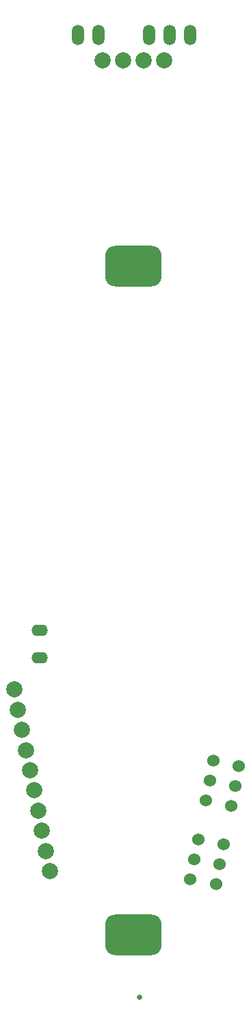
<source format=gbr>
G04 Layer_Color=255*
%FSLAX25Y25*%
%MOIN*%
%TF.FileFunction,Pads,Bot*%
%TF.Part,Single*%
G01*
G75*
%TA.AperFunction,ComponentPad*%
%ADD66O,0.07874X0.05512*%
%TA.AperFunction,ViaPad*%
%ADD67C,0.07874*%
%TA.AperFunction,ComponentPad*%
%ADD68C,0.06000*%
%ADD69O,0.06000X0.09937*%
%ADD70C,0.02500*%
%ADD71C,0.07874*%
%TA.AperFunction,SMDPad,CuDef*%
G04:AMPARAMS|DCode=78|XSize=275.59mil|YSize=196.85mil|CornerRadius=49.21mil|HoleSize=0mil|Usage=FLASHONLY|Rotation=180.000|XOffset=0mil|YOffset=0mil|HoleType=Round|Shape=RoundedRectangle|*
%AMROUNDEDRECTD78*
21,1,0.27559,0.09842,0,0,180.0*
21,1,0.17716,0.19685,0,0,180.0*
1,1,0.09842,-0.08858,0.04921*
1,1,0.09842,0.08858,0.04921*
1,1,0.09842,0.08858,-0.04921*
1,1,0.09842,-0.08858,-0.04921*
%
%ADD78ROUNDEDRECTD78*%
D66*
X-45700Y294500D02*
D03*
Y307886D02*
D03*
D67*
X-42700Y200694D02*
D03*
X-40700Y190894D02*
D03*
X-44627Y210523D02*
D03*
X-48512Y230142D02*
D03*
X-50454Y239952D02*
D03*
X-52396Y249761D02*
D03*
X-54339Y259571D02*
D03*
X-56281Y269380D02*
D03*
X-58223Y279190D02*
D03*
X-46569Y220333D02*
D03*
D68*
X47644Y222771D02*
D03*
X35277Y225175D02*
D03*
X37155Y234837D02*
D03*
X39033Y244498D02*
D03*
X51400Y242094D02*
D03*
X49522Y232433D02*
D03*
X31511Y206360D02*
D03*
X43878Y203956D02*
D03*
X42000Y194295D02*
D03*
X40122Y184633D02*
D03*
X27755Y187037D02*
D03*
X29633Y196698D02*
D03*
D69*
X-17100Y597457D02*
D03*
X-27100D02*
D03*
X7500D02*
D03*
X27500D02*
D03*
X17500D02*
D03*
D70*
X2938Y129728D02*
D03*
D71*
X14900Y584800D02*
D03*
X4900D02*
D03*
X-5100D02*
D03*
X-15100D02*
D03*
D78*
X0Y484842D02*
D03*
Y160039D02*
D03*
%TF.MD5,d03d2007675905a6f1ce01400208ac50*%
M02*

</source>
